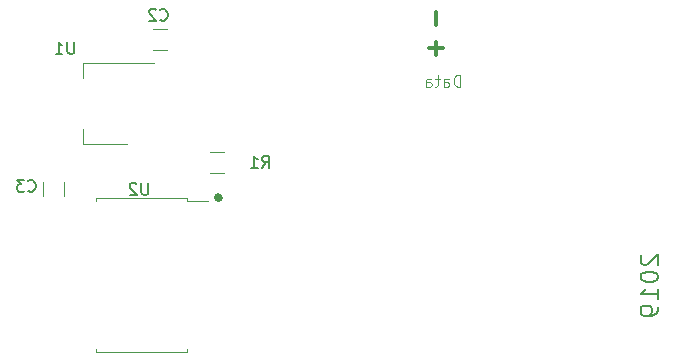
<source format=gbr>
G04 #@! TF.GenerationSoftware,KiCad,Pcbnew,5.1.2-f72e74a~84~ubuntu18.04.1*
G04 #@! TF.CreationDate,2019-08-25T12:51:36+02:00*
G04 #@! TF.ProjectId,Axiface,41786966-6163-4652-9e6b-696361645f70,rev?*
G04 #@! TF.SameCoordinates,Original*
G04 #@! TF.FileFunction,Legend,Bot*
G04 #@! TF.FilePolarity,Positive*
%FSLAX46Y46*%
G04 Gerber Fmt 4.6, Leading zero omitted, Abs format (unit mm)*
G04 Created by KiCad (PCBNEW 5.1.2-f72e74a~84~ubuntu18.04.1) date 2019-08-25 12:51:36*
%MOMM*%
%LPD*%
G04 APERTURE LIST*
%ADD10C,0.150000*%
%ADD11C,0.500000*%
%ADD12C,0.100000*%
%ADD13C,0.300000*%
%ADD14C,0.120000*%
G04 APERTURE END LIST*
D10*
X146387428Y-121634571D02*
X146316000Y-121706000D01*
X146244571Y-121848857D01*
X146244571Y-122206000D01*
X146316000Y-122348857D01*
X146387428Y-122420285D01*
X146530285Y-122491714D01*
X146673142Y-122491714D01*
X146887428Y-122420285D01*
X147744571Y-121563142D01*
X147744571Y-122491714D01*
X146244571Y-123420285D02*
X146244571Y-123563142D01*
X146316000Y-123706000D01*
X146387428Y-123777428D01*
X146530285Y-123848857D01*
X146816000Y-123920285D01*
X147173142Y-123920285D01*
X147458857Y-123848857D01*
X147601714Y-123777428D01*
X147673142Y-123706000D01*
X147744571Y-123563142D01*
X147744571Y-123420285D01*
X147673142Y-123277428D01*
X147601714Y-123206000D01*
X147458857Y-123134571D01*
X147173142Y-123063142D01*
X146816000Y-123063142D01*
X146530285Y-123134571D01*
X146387428Y-123206000D01*
X146316000Y-123277428D01*
X146244571Y-123420285D01*
X147744571Y-125348857D02*
X147744571Y-124491714D01*
X147744571Y-124920285D02*
X146244571Y-124920285D01*
X146458857Y-124777428D01*
X146601714Y-124634571D01*
X146673142Y-124491714D01*
X147744571Y-126063142D02*
X147744571Y-126348857D01*
X147673142Y-126491714D01*
X147601714Y-126563142D01*
X147387428Y-126706000D01*
X147101714Y-126777428D01*
X146530285Y-126777428D01*
X146387428Y-126706000D01*
X146316000Y-126634571D01*
X146244571Y-126491714D01*
X146244571Y-126206000D01*
X146316000Y-126063142D01*
X146387428Y-125991714D01*
X146530285Y-125920285D01*
X146887428Y-125920285D01*
X147030285Y-125991714D01*
X147101714Y-126063142D01*
X147173142Y-126206000D01*
X147173142Y-126491714D01*
X147101714Y-126634571D01*
X147030285Y-126706000D01*
X146887428Y-126777428D01*
D11*
X110490000Y-116641428D02*
X110632857Y-116784285D01*
X110490000Y-116927142D01*
X110347142Y-116784285D01*
X110490000Y-116641428D01*
X110490000Y-116927142D01*
D12*
X130992380Y-107386380D02*
X130992380Y-106386380D01*
X130754285Y-106386380D01*
X130611428Y-106434000D01*
X130516190Y-106529238D01*
X130468571Y-106624476D01*
X130420952Y-106814952D01*
X130420952Y-106957809D01*
X130468571Y-107148285D01*
X130516190Y-107243523D01*
X130611428Y-107338761D01*
X130754285Y-107386380D01*
X130992380Y-107386380D01*
X129563809Y-107386380D02*
X129563809Y-106862571D01*
X129611428Y-106767333D01*
X129706666Y-106719714D01*
X129897142Y-106719714D01*
X129992380Y-106767333D01*
X129563809Y-107338761D02*
X129659047Y-107386380D01*
X129897142Y-107386380D01*
X129992380Y-107338761D01*
X130040000Y-107243523D01*
X130040000Y-107148285D01*
X129992380Y-107053047D01*
X129897142Y-107005428D01*
X129659047Y-107005428D01*
X129563809Y-106957809D01*
X129230476Y-106719714D02*
X128849523Y-106719714D01*
X129087619Y-106386380D02*
X129087619Y-107243523D01*
X129040000Y-107338761D01*
X128944761Y-107386380D01*
X128849523Y-107386380D01*
X128087619Y-107386380D02*
X128087619Y-106862571D01*
X128135238Y-106767333D01*
X128230476Y-106719714D01*
X128420952Y-106719714D01*
X128516190Y-106767333D01*
X128087619Y-107338761D02*
X128182857Y-107386380D01*
X128420952Y-107386380D01*
X128516190Y-107338761D01*
X128563809Y-107243523D01*
X128563809Y-107148285D01*
X128516190Y-107053047D01*
X128420952Y-107005428D01*
X128182857Y-107005428D01*
X128087619Y-106957809D01*
D13*
X128924857Y-103568571D02*
X128924857Y-104711428D01*
X128353428Y-104140000D02*
X129496285Y-104140000D01*
X128924857Y-101028571D02*
X128924857Y-102171428D01*
D14*
X104937936Y-104288000D02*
X106142064Y-104288000D01*
X104937936Y-102468000D02*
X106142064Y-102468000D01*
X97430000Y-115475936D02*
X97430000Y-116680064D01*
X95610000Y-115475936D02*
X95610000Y-116680064D01*
X109757936Y-112882000D02*
X110962064Y-112882000D01*
X109757936Y-114702000D02*
X110962064Y-114702000D01*
X99030000Y-112224000D02*
X99030000Y-110964000D01*
X99030000Y-105404000D02*
X99030000Y-106664000D01*
X102790000Y-112224000D02*
X99030000Y-112224000D01*
X105040000Y-105404000D02*
X99030000Y-105404000D01*
X103964000Y-129827000D02*
X100104000Y-129827000D01*
X100104000Y-129827000D02*
X100104000Y-129592000D01*
X103964000Y-129827000D02*
X107824000Y-129827000D01*
X107824000Y-129827000D02*
X107824000Y-129592000D01*
X103964000Y-116807000D02*
X100104000Y-116807000D01*
X100104000Y-116807000D02*
X100104000Y-117042000D01*
X103964000Y-116807000D02*
X107824000Y-116807000D01*
X107824000Y-116807000D02*
X107824000Y-117042000D01*
X107824000Y-117042000D02*
X109639000Y-117042000D01*
D10*
X105576666Y-101703142D02*
X105624285Y-101750761D01*
X105767142Y-101798380D01*
X105862380Y-101798380D01*
X106005238Y-101750761D01*
X106100476Y-101655523D01*
X106148095Y-101560285D01*
X106195714Y-101369809D01*
X106195714Y-101226952D01*
X106148095Y-101036476D01*
X106100476Y-100941238D01*
X106005238Y-100846000D01*
X105862380Y-100798380D01*
X105767142Y-100798380D01*
X105624285Y-100846000D01*
X105576666Y-100893619D01*
X105195714Y-100893619D02*
X105148095Y-100846000D01*
X105052857Y-100798380D01*
X104814761Y-100798380D01*
X104719523Y-100846000D01*
X104671904Y-100893619D01*
X104624285Y-100988857D01*
X104624285Y-101084095D01*
X104671904Y-101226952D01*
X105243333Y-101798380D01*
X104624285Y-101798380D01*
X94400666Y-116181142D02*
X94448285Y-116228761D01*
X94591142Y-116276380D01*
X94686380Y-116276380D01*
X94829238Y-116228761D01*
X94924476Y-116133523D01*
X94972095Y-116038285D01*
X95019714Y-115847809D01*
X95019714Y-115704952D01*
X94972095Y-115514476D01*
X94924476Y-115419238D01*
X94829238Y-115324000D01*
X94686380Y-115276380D01*
X94591142Y-115276380D01*
X94448285Y-115324000D01*
X94400666Y-115371619D01*
X94067333Y-115276380D02*
X93448285Y-115276380D01*
X93781619Y-115657333D01*
X93638761Y-115657333D01*
X93543523Y-115704952D01*
X93495904Y-115752571D01*
X93448285Y-115847809D01*
X93448285Y-116085904D01*
X93495904Y-116181142D01*
X93543523Y-116228761D01*
X93638761Y-116276380D01*
X93924476Y-116276380D01*
X94019714Y-116228761D01*
X94067333Y-116181142D01*
X114212666Y-114244380D02*
X114546000Y-113768190D01*
X114784095Y-114244380D02*
X114784095Y-113244380D01*
X114403142Y-113244380D01*
X114307904Y-113292000D01*
X114260285Y-113339619D01*
X114212666Y-113434857D01*
X114212666Y-113577714D01*
X114260285Y-113672952D01*
X114307904Y-113720571D01*
X114403142Y-113768190D01*
X114784095Y-113768190D01*
X113260285Y-114244380D02*
X113831714Y-114244380D01*
X113546000Y-114244380D02*
X113546000Y-113244380D01*
X113641238Y-113387238D01*
X113736476Y-113482476D01*
X113831714Y-113530095D01*
X98297904Y-103592380D02*
X98297904Y-104401904D01*
X98250285Y-104497142D01*
X98202666Y-104544761D01*
X98107428Y-104592380D01*
X97916952Y-104592380D01*
X97821714Y-104544761D01*
X97774095Y-104497142D01*
X97726476Y-104401904D01*
X97726476Y-103592380D01*
X96726476Y-104592380D02*
X97297904Y-104592380D01*
X97012190Y-104592380D02*
X97012190Y-103592380D01*
X97107428Y-103735238D01*
X97202666Y-103830476D01*
X97297904Y-103878095D01*
X104549904Y-115530380D02*
X104549904Y-116339904D01*
X104502285Y-116435142D01*
X104454666Y-116482761D01*
X104359428Y-116530380D01*
X104168952Y-116530380D01*
X104073714Y-116482761D01*
X104026095Y-116435142D01*
X103978476Y-116339904D01*
X103978476Y-115530380D01*
X103549904Y-115625619D02*
X103502285Y-115578000D01*
X103407047Y-115530380D01*
X103168952Y-115530380D01*
X103073714Y-115578000D01*
X103026095Y-115625619D01*
X102978476Y-115720857D01*
X102978476Y-115816095D01*
X103026095Y-115958952D01*
X103597523Y-116530380D01*
X102978476Y-116530380D01*
M02*

</source>
